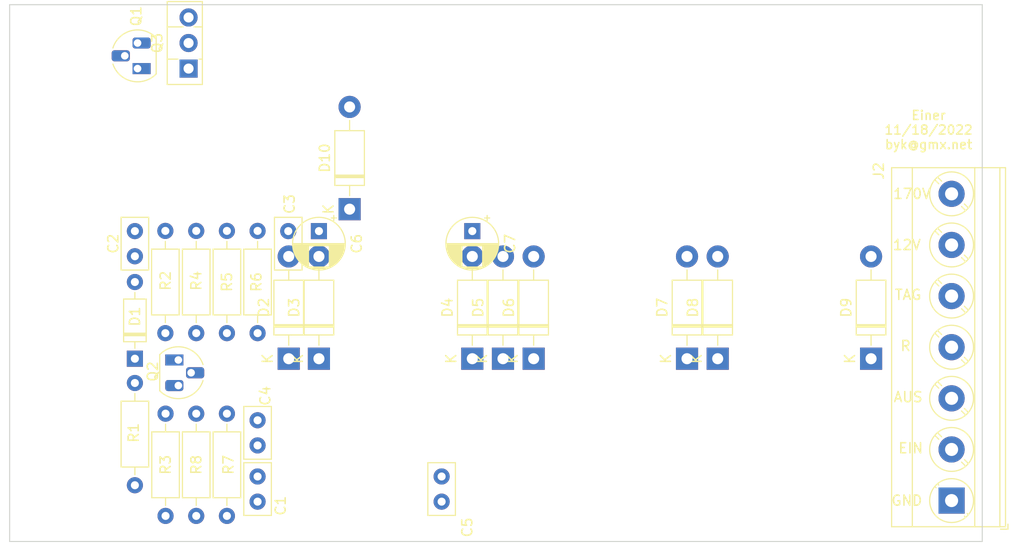
<source format=kicad_pcb>
(kicad_pcb (version 20211014) (generator pcbnew)
  (title_block (title "Charlie Nixie") (date "2019-05-27") (rev "1.1") (company "None") (comment 1 "Author: byk@gmx.net"))
  (layers (0 "F.Cu" signal) (31 "B.Cu" signal) (34 "B.Paste" user) (35 "F.Paste" user) (36 "B.SilkS" user "B.Silkscreen") (37 "F.SilkS" user "F.Silkscreen") (38 "B.Mask" user) (39 "F.Mask" user) (44 "Edge.Cuts" user))
  (net 0 "")
  (net 1 "Net-(C1-Pad1)")
  (net 2 "Net-(C6-Pad1)")
  (net 3 "HT")
  (net 4 "Net-(C2-Pad1)")
  (net 5 "12VAC1")
  (net 6 "12VAC2")
  (net 7 "Net-(D6-Pad2)")
  (net 8 "Net-(D7-Pad2)")
  (net 9 "Takt")
  (net 11 "Net-(Q1-Pad3)")
  (net 12 "/Eingang")
  (net 13 "Net-(C13-Pad2)")
  (net 14 "Net-(C2-Pad2)")
  (net 15 "Net-(C3-Pad1)")
  (net 16 "Net-(C3-Pad2)")
  (net 17 "Net-(C4-Pad1)")
  (net 18 "GND")
  (net 19 "+12V")
  (net 20 "Net-(C5-Pad1)")
  (footprint "Diode_THT:D_DO-41_SOD81_P10.16mm_Horizontal" (layer "F.Cu") (at 226.594 114.4 90)
    (fp_text reference "D7" (at 5.08 -2.47 90) (layer "F.SilkS"))
    (fp_text value "1N4004")
    (fp_text user "K" (at 0 -2.1 90) (layer "F.SilkS"))
    (pad "1" thru_hole rect (at 0 0 90) (size 2.2 2.2) (drill 1.1) (layers *.Cu *.Mask) (net 3 "HT"))
    (pad "2" thru_hole oval (at 10.16 0 90) (size 2.2 2.2) (drill 1.1) (layers *.Cu *.Mask) (net 8 "Net-(D7-Pad2)"))
  )
  (footprint "TerminalBlock_Phoenix:TerminalBlock_Phoenix_MKDS-3-7-5.08_1x07_P5.08mm_Horizontal" (layer "F.Cu") (at 252.883 128.497 90)
    (fp_text reference "J2" (at 32.766 -7.239 90) (layer "F.SilkS"))
    (fp_text value "Conn_01x07")
    (pad "1" thru_hole rect (at 0 0 90) (size 2.6 2.6) (drill 1.3) (layers *.Cu *.Mask) (net 18 "GND"))
    (pad "2" thru_hole circle (at 5.08 0 90) (size 2.6 2.6) (drill 1.3) (layers *.Cu *.Mask) (net 5 "12VAC1"))
    (pad "3" thru_hole circle (at 10.16 0 90) (size 2.6 2.6) (drill 1.3) (layers *.Cu *.Mask) (net 6 "12VAC2"))
    (pad "4" thru_hole circle (at 15.24 0 90) (size 2.6 2.6) (drill 1.3) (layers *.Cu *.Mask) (net 9 "Takt"))
    (pad "5" thru_hole circle (at 20.32 0 90) (size 2.6 2.6) (drill 1.3) (layers *.Cu *.Mask))
    (pad "6" thru_hole circle (at 25.4 0 90) (size 2.6 2.6) (drill 1.3) (layers *.Cu *.Mask) (net 19 "+12V"))
    (pad "7" thru_hole circle (at 30.48 0 90) (size 2.6 2.6) (drill 1.3) (layers *.Cu *.Mask) (net 3 "HT"))
  )
  (footprint "Resistor_THT:R_Axial_DIN0207_L6.3mm_D2.5mm_P10.16mm_Horizontal" (layer "F.Cu") (at 174.778 119.861 -90)
    (fp_text reference "R3" (at 5.08 0 90) (layer "F.SilkS"))
    (fp_text value "2k2")
    (pad "1" thru_hole circle (at 0 0 270) (size 1.6 1.6) (drill 0.8) (layers *.Cu *.Mask) (net 19 "+12V"))
    (pad "2" thru_hole oval (at 10.16 0 270) (size 1.6 1.6) (drill 0.8) (layers *.Cu *.Mask) (net 9 "Takt"))
  )
  (footprint "Resistor_THT:R_Axial_DIN0207_L6.3mm_D2.5mm_P10.16mm_Horizontal" (layer "F.Cu") (at 180.874 101.7 -90)
    (fp_text reference "R5" (at 5.08 0 90) (layer "F.SilkS"))
    (fp_text value "330")
    (pad "1" thru_hole circle (at 0 0 270) (size 1.6 1.6) (drill 0.8) (layers *.Cu *.Mask) (net 11 "Net-(Q1-Pad3)"))
    (pad "2" thru_hole oval (at 10.16 0 270) (size 1.6 1.6) (drill 0.8) (layers *.Cu *.Mask) (net 18 "GND"))
  )
  (footprint "Diode_THT:D_DO-41_SOD81_P10.16mm_Horizontal" (layer "F.Cu") (at 211.354 114.4 90)
    (fp_text reference "D6" (at 5.08 -2.47 90) (layer "F.SilkS"))
    (fp_text value "1N4004")
    (fp_text user "K" (at 0 -2.1 90) (layer "F.SilkS"))
    (pad "1" thru_hole rect (at 0 0 90) (size 2.2 2.2) (drill 1.1) (layers *.Cu *.Mask) (net 3 "HT"))
    (pad "2" thru_hole oval (at 10.16 0 90) (size 2.2 2.2) (drill 1.1) (layers *.Cu *.Mask) (net 7 "Net-(D6-Pad2)"))
  )
  (footprint "Diode_THT:D_DO-41_SOD81_P10.16mm_Horizontal" (layer "F.Cu") (at 205.258 114.4 90)
    (fp_text reference "D4" (at 5.08 -2.47 90) (layer "F.SilkS"))
    (fp_text value "1N4004")
    (fp_text user "K" (at 0 -2.1 90) (layer "F.SilkS"))
    (pad "1" thru_hole rect (at 0 0 90) (size 2.2 2.2) (drill 1.1) (layers *.Cu *.Mask) (net 5 "12VAC1"))
    (pad "2" thru_hole oval (at 10.16 0 90) (size 2.2 2.2) (drill 1.1) (layers *.Cu *.Mask) (net 18 "GND"))
  )
  (footprint "Resistor_THT:R_Axial_DIN0207_L6.3mm_D2.5mm_P10.16mm_Horizontal" (layer "F.Cu") (at 177.826 119.861 -90)
    (fp_text reference "R8" (at 5.08 0 90) (layer "F.SilkS"))
    (fp_text value "2M2")
    (pad "1" thru_hole circle (at 0 0 270) (size 1.6 1.6) (drill 0.8) (layers *.Cu *.Mask) (net 3 "HT"))
    (pad "2" thru_hole oval (at 10.16 0 270) (size 1.6 1.6) (drill 0.8) (layers *.Cu *.Mask) (net 18 "GND"))
  )
  (footprint "Diode_THT:D_DO-41_SOD81_P10.16mm_Horizontal" (layer "F.Cu") (at 190.018 114.4 90)
    (fp_text reference "D3" (at 5.08 -2.47 90) (layer "F.SilkS"))
    (fp_text value "1N4004")
    (fp_text user "K" (at 0 -2.1 90) (layer "F.SilkS"))
    (pad "1" thru_hole rect (at 0 0 90) (size 2.2 2.2) (drill 1.1) (layers *.Cu *.Mask) (net 4 "Net-(C2-Pad1)"))
    (pad "2" thru_hole oval (at 10.16 0 90) (size 2.2 2.2) (drill 1.1) (layers *.Cu *.Mask) (net 6 "12VAC2"))
  )
  (footprint "Resistor_THT:R_Axial_DIN0207_L6.3mm_D2.5mm_P10.16mm_Horizontal" (layer "F.Cu") (at 183.922 101.7 -90)
    (fp_text reference "R6" (at 5.08 0.127 90) (layer "F.SilkS"))
    (fp_text value "10k")
    (pad "1" thru_hole circle (at 0 0 270) (size 1.6 1.6) (drill 0.8) (layers *.Cu *.Mask) (net 16 "Net-(C3-Pad2)"))
    (pad "2" thru_hole oval (at 10.16 0 270) (size 1.6 1.6) (drill 0.8) (layers *.Cu *.Mask) (net 18 "GND"))
  )
  (footprint "Capacitor_THT:C_Disc_D5.0mm_W2.5mm_P2.50mm" (layer "F.Cu") (at 183.922 120.516 -90)
    (fp_text reference "C4" (at -2.433 -0.762 90) (layer "F.SilkS"))
    (fp_text value "1n")
    (pad "1" thru_hole circle (at 0 0 270) (size 1.6 1.6) (drill 0.8) (layers *.Cu *.Mask) (net 17 "Net-(C4-Pad1)"))
    (pad "2" thru_hole circle (at 2.5 0 270) (size 1.6 1.6) (drill 0.8) (layers *.Cu *.Mask) (net 12 "/Eingang"))
  )
  (footprint "Diode_THT:D_DO-41_SOD81_P10.16mm_Horizontal" (layer "F.Cu") (at 187.015 114.4 90)
    (fp_text reference "D2" (at 5.08 -2.47 90) (layer "F.SilkS"))
    (fp_text value "1N4004")
    (fp_text user "K" (at 0 -2.1 90) (layer "F.SilkS"))
    (pad "1" thru_hole rect (at 0 0 90) (size 2.2 2.2) (drill 1.1) (layers *.Cu *.Mask) (net 4 "Net-(C2-Pad1)"))
    (pad "2" thru_hole oval (at 10.16 0 90) (size 2.2 2.2) (drill 1.1) (layers *.Cu *.Mask) (net 5 "12VAC1"))
  )
  (footprint "Diode_THT:D_DO-41_SOD81_P10.16mm_Horizontal" (layer "F.Cu") (at 193.066 99.541 90)
    (fp_text reference "D10" (at 5.08 -2.47 90) (layer "F.SilkS"))
    (fp_text value "12V")
    (fp_text user "K" (at 0 -2.1 90) (layer "F.SilkS"))
    (pad "1" thru_hole rect (at 0 0 90) (size 2.2 2.2) (drill 1.1) (layers *.Cu *.Mask) (net 2 "Net-(C6-Pad1)"))
    (pad "2" thru_hole oval (at 10.16 0 90) (size 2.2 2.2) (drill 1.1) (layers *.Cu *.Mask) (net 18 "GND"))
  )
  (footprint "Diode_THT:D_DO-41_SOD81_P10.16mm_Horizontal" (layer "F.Cu") (at 229.642 114.4 90)
    (fp_text reference "D8" (at 5.08 -2.47 90) (layer "F.SilkS"))
    (fp_text value "1N4004")
    (fp_text user "K" (at 0 -2.1 90) (layer "F.SilkS"))
    (pad "1" thru_hole rect (at 0 0 90) (size 2.2 2.2) (drill 1.1) (layers *.Cu *.Mask) (net 7 "Net-(D6-Pad2)"))
    (pad "2" thru_hole oval (at 10.16 0 90) (size 2.2 2.2) (drill 1.1) (layers *.Cu *.Mask) (net 18 "GND"))
  )
  (footprint "Diode_THT:D_DO-35_SOD27_P7.62mm_Horizontal" (layer "F.Cu") (at 171.73 114.4 90)
    (fp_text reference "D1" (at 4.191 0 90) (layer "F.SilkS"))
    (fp_text value "1N4148")
    (pad "1" thru_hole rect (at 0 0 90) (size 1.6 1.6) (drill 0.8) (layers *.Cu *.Mask) (net 1 "Net-(C1-Pad1)"))
    (pad "2" thru_hole oval (at 7.62 0 90) (size 1.6 1.6) (drill 0.8) (layers *.Cu *.Mask) (net 18 "GND"))
  )
  (footprint "Capacitor_THT:C_Disc_D5.0mm_W2.5mm_P2.50mm" (layer "F.Cu") (at 186.97 101.72 -90)
    (fp_text reference "C3" (at -2.687 -0.127 90) (layer "F.SilkS"))
    (fp_text value "1n")
    (pad "1" thru_hole circle (at 0 0 270) (size 1.6 1.6) (drill 0.8) (layers *.Cu *.Mask) (net 15 "Net-(C3-Pad1)"))
    (pad "2" thru_hole circle (at 2.5 0 270) (size 1.6 1.6) (drill 0.8) (layers *.Cu *.Mask) (net 16 "Net-(C3-Pad2)"))
  )
  (footprint "Capacitor_THT:CP_Radial_D5.0mm_P2.50mm" (layer "F.Cu") (at 205.258 101.72 -90)
    (fp_text reference "C7" (at 1.25 -3.75 -90) (layer "F.SilkS"))
    (fp_text value "10u")
    (pad "1" thru_hole rect (at 0 0 270) (size 1.6 1.6) (drill 0.8) (layers *.Cu *.Mask) (net 19 "+12V"))
    (pad "2" thru_hole circle (at 2.5 0 270) (size 1.6 1.6) (drill 0.8) (layers *.Cu *.Mask) (net 18 "GND"))
  )
  (footprint "Diode_THT:D_DO-41_SOD81_P10.16mm_Horizontal" (layer "F.Cu") (at 208.306 114.4 90)
    (fp_text reference "D5" (at 5.08 -2.47 90) (layer "F.SilkS"))
    (fp_text value "1N4004")
    (fp_text user "K" (at 0 -2.1 90) (layer "F.SilkS"))
    (pad "1" thru_hole rect (at 0 0 90) (size 2.2 2.2) (drill 1.1) (layers *.Cu *.Mask) (net 6 "12VAC2"))
    (pad "2" thru_hole oval (at 10.16 0 90) (size 2.2 2.2) (drill 1.1) (layers *.Cu *.Mask) (net 18 "GND"))
  )
  (footprint "Capacitor_THT:C_Disc_D5.0mm_W2.5mm_P2.50mm" (layer "F.Cu") (at 202.21 128.604 90)
    (fp_text reference "C5" (at -2.56 2.54 90) (layer "F.SilkS"))
    (fp_text value "1n")
    (pad "1" thru_hole circle (at 0 0 90) (size 1.6 1.6) (drill 0.8) (layers *.Cu *.Mask) (net 20 "Net-(C5-Pad1)"))
    (pad "2" thru_hole circle (at 2.5 0 90) (size 1.6 1.6) (drill 0.8) (layers *.Cu *.Mask) (net 13 "Net-(C13-Pad2)"))
  )
  (footprint "Resistor_THT:R_Axial_DIN0207_L6.3mm_D2.5mm_P10.16mm_Horizontal" (layer "F.Cu") (at 174.757 101.7 -90)
    (fp_text reference "R2" (at 4.953 -0.021 90) (layer "F.SilkS"))
    (fp_text value "2k2")
    (pad "1" thru_hole circle (at 0 0 270) (size 1.6 1.6) (drill 0.8) (layers *.Cu *.Mask) (net 19 "+12V"))
    (pad "2" thru_hole oval (at 10.16 0 270) (size 1.6 1.6) (drill 0.8) (layers *.Cu *.Mask) (net 15 "Net-(C3-Pad1)"))
  )
  (footprint "Capacitor_THT:C_Disc_D5.0mm_W2.5mm_P2.50mm" (layer "F.Cu") (at 171.73 101.72 -90)
    (fp_text reference "C2" (at 1.25 2.159 90) (layer "F.SilkS"))
    (fp_text value "220p")
    (pad "1" thru_hole circle (at 0 0 270) (size 1.6 1.6) (drill 0.8) (layers *.Cu *.Mask) (net 13 "Net-(C13-Pad2)"))
    (pad "2" thru_hole circle (at 2.5 0 270) (size 1.6 1.6) (drill 0.8) (layers *.Cu *.Mask) (net 14 "Net-(C2-Pad2)"))
  )
  (footprint "Capacitor_THT:C_Disc_D5.0mm_W2.5mm_P2.50mm" (layer "F.Cu") (at 183.922 128.604 90)
    (fp_text reference "C1" (at -0.401 2.286 90) (layer "F.SilkS"))
    (fp_text value "100n")
    (pad "1" thru_hole circle (at 0 0 90) (size 1.6 1.6) (drill 0.8) (layers *.Cu *.Mask) (net 1 "Net-(C1-Pad1)"))
    (pad "2" thru_hole circle (at 2.5 0 90) (size 1.6 1.6) (drill 0.8) (layers *.Cu *.Mask) (net 18 "GND"))
  )
  (footprint "Package_TO_SOT_THT:TO-92_HandSolder" (layer "F.Cu") (at 176.048 114.527 -90)
    (fp_text reference "Q2" (at 1.143 2.54 -90) (layer "F.SilkS"))
    (fp_text value "BC547")
    (pad "1" thru_hole rect (at 0 0 270) (size 1.1 1.8) (drill 0.75 (offset 0 0.4)) (layers *.Cu *.Mask) (net 9 "Takt"))
    (pad "2" thru_hole roundrect (at 1.27 -1.27 270) (size 1.1 1.8) (drill 0.75 (offset 0 -0.4)) (layers *.Cu *.Mask) (net 16 "Net-(C3-Pad2)"))
    (pad "3" thru_hole roundrect (at 2.54 0 270) (size 1.1 1.8) (drill 0.75 (offset 0 0.4)) (layers *.Cu *.Mask) (net 11 "Net-(Q1-Pad3)"))
  )
  (footprint "MountingHole:MountingHole_3.2mm_M3" (layer "F.Cu") (at 163.475 128.37)
    (fp_text reference "H1" hide)
    (fp_text value "MountingHole")
    (pad "" np_thru_hole circle (at 0 0) (size 3.2 3.2) (drill 3.2) (layers *.Cu *.Mask))
  )
  (footprint "Resistor_THT:R_Axial_DIN0207_L6.3mm_D2.5mm_P10.16mm_Horizontal" (layer "F.Cu") (at 180.874 119.861 -90)
    (fp_text reference "R7" (at 5.08 -0.148 90) (layer "F.SilkS"))
    (fp_text value "680")
    (pad "1" thru_hole circle (at 0 0 270) (size 1.6 1.6) (drill 0.8) (layers *.Cu *.Mask) (net 4 "Net-(C2-Pad1)"))
    (pad "2" thru_hole oval (at 10.16 0 270) (size 1.6 1.6) (drill 0.8) (layers *.Cu *.Mask) (net 2 "Net-(C6-Pad1)"))
  )
  (footprint "Capacitor_THT:CP_Radial_D5.0mm_P2.50mm" (layer "F.Cu") (at 190.018 101.72 -90)
    (fp_text reference "C6" (at 1.25 -3.75 -90) (layer "F.SilkS"))
    (fp_text value "10u")
    (pad "1" thru_hole rect (at 0 0 270) (size 1.6 1.6) (drill 0.8) (layers *.Cu *.Mask) (net 2 "Net-(C6-Pad1)"))
    (pad "2" thru_hole circle (at 2.5 0 270) (size 1.6 1.6) (drill 0.8) (layers *.Cu *.Mask) (net 18 "GND"))
  )
  (footprint "Resistor_THT:R_Axial_DIN0207_L6.3mm_D2.5mm_P10.16mm_Horizontal" (layer "F.Cu") (at 171.73 126.973 90)
    (fp_text reference "R1" (at 5.207 -0.127 90) (layer "F.SilkS"))
    (fp_text value "22k")
    (pad "1" thru_hole circle (at 0 0 90) (size 1.6 1.6) (drill 0.8) (layers *.Cu *.Mask) (net 5 "12VAC1"))
    (pad "2" thru_hole oval (at 10.16 0 90) (size 1.6 1.6) (drill 0.8) (layers *.Cu *.Mask) (net 1 "Net-(C1-Pad1)"))
  )
  (footprint "Package_TO_SOT_THT:TO-92_HandSolder" (layer "F.Cu") (at 171.996 85.571 90)
    (fp_text reference "Q1" (at 5.207 -0.139 90) (layer "F.SilkS"))
    (fp_text value "BC547")
    (pad "1" thru_hole rect (at 0 0 90) (size 1.1 1.8) (drill 0.75 (offset 0 0.4)) (layers *.Cu *.Mask) (net 15 "Net-(C3-Pad1)"))
    (pad "2" thru_hole roundrect (at 1.27 -1.27 90) (size 1.1 1.8) (drill 0.75 (offset 0 -0.4)) (layers *.Cu *.Mask) (net 1 "Net-(C1-Pad1)"))
    (pad "3" thru_hole roundrect (at 2.54 0 90) (size 1.1 1.8) (drill 0.75 (offset 0 0.4)) (layers *.Cu *.Mask) (net 11 "Net-(Q1-Pad3)"))
  )
  (footprint "Package_TO_SOT_THT:TO-126-3_Vertical" (layer "F.Cu") (at 177.064 85.571 90)
    (fp_text reference "Q3" (at 2.54 -3.12 90) (layer "F.SilkS"))
    (fp_text value "BD135")
    (pad "1" thru_hole rect (at 0 0 90) (size 1.8 1.8) (drill 1) (layers *.Cu *.Mask) (net 19 "+12V"))
    (pad "2" thru_hole oval (at 2.54 0 90) (size 1.8 1.8) (drill 1) (layers *.Cu *.Mask) (net 4 "Net-(C2-Pad1)"))
    (pad "3" thru_hole oval (at 5.08 0 90) (size 1.8 1.8) (drill 1) (layers *.Cu *.Mask) (net 2 "Net-(C6-Pad1)"))
  )
  (footprint "Resistor_THT:R_Axial_DIN0207_L6.3mm_D2.5mm_P10.16mm_Horizontal" (layer "F.Cu") (at 177.826 101.7 -90)
    (fp_text reference "R4" (at 4.953 0 90) (layer "F.SilkS"))
    (fp_text value "22k")
    (pad "1" thru_hole circle (at 0 0 270) (size 1.6 1.6) (drill 0.8) (layers *.Cu *.Mask) (net 15 "Net-(C3-Pad1)"))
    (pad "2" thru_hole oval (at 10.16 0 270) (size 1.6 1.6) (drill 0.8) (layers *.Cu *.Mask) (net 16 "Net-(C3-Pad2)"))
  )
  (footprint "MountingHole:MountingHole_3.2mm_M3" (layer "F.Cu") (at 252.121 83.031)
    (fp_text reference "H2" hide)
    (fp_text value "MountingHole")
    (pad "" np_thru_hole circle (at 0 0) (size 3.2 3.2) (drill 3.2) (layers *.Cu *.Mask))
  )
  (footprint "MountingHole:MountingHole_3.2mm_M3" (layer "F.Cu") (at 209.703 93.953)
    (fp_text reference "H3" hide)
    (fp_text value "MountingHole")
    (pad "" np_thru_hole circle (at 0 0) (size 3.2 3.2) (drill 3.2) (layers *.Cu *.Mask))
  )
  (footprint "Diode_THT:D_DO-41_SOD81_P10.16mm_Horizontal" (layer "F.Cu") (at 244.882 114.4 90)
    (fp_text reference "D9" (at 5.08 -2.47 90) (layer "F.SilkS"))
    (fp_text value "1N4004")
    (fp_text user "K" (at 0 -2.1 90) (layer "F.SilkS"))
    (pad "1" thru_hole rect (at 0 0 90) (size 2.2 2.2) (drill 1.1) (layers *.Cu *.Mask) (net 8 "Net-(D7-Pad2)"))
    (pad "2" thru_hole oval (at 10.16 0 90) (size 2.2 2.2) (drill 1.1) (layers *.Cu *.Mask) (net 18 "GND"))
  )
  (gr_line (start 159.284 132.561) (end 159.284 79.221) (layer "Edge.Cuts") (width 0.1))
  (gr_line (start 159.284 79.221) (end 255.931 79.221) (layer "Edge.Cuts") (width 0.1))
  (gr_line (start 255.931 79.221) (end 255.931 132.561) (layer "Edge.Cuts") (width 0.1))
  (gr_line (start 159.284 132.561) (end 255.931 132.561) (layer "Edge.Cuts") (width 0.1))
  (gr_text "170V" (at 248.946 98.017) (layer "F.SilkS") (effects (font (size 1 1))))
  (gr_text "R" (at 248.311 113.13) (layer "F.SilkS") (effects (font (size 1 1))))
  (gr_text "GND" (at 248.438 128.497) (layer "F.SilkS") (effects (font (size 1 1))))
  (gr_text "AUS" (at 248.565 118.21) (layer "F.SilkS") (effects (font (size 1 1))))
  (gr_text "Einer\n11/18/2022\nbyk@gmx.net" (at 250.597 91.667) (layer "F.SilkS") (effects (font (size 0.9 0.9))))
  (gr_text "EIN" (at 248.819 123.29) (layer "F.SilkS") (effects (font (size 1 1))))
  (gr_text "12V" (at 248.438 103.097) (layer "F.SilkS") (effects (font (size 1 1))))
  (gr_text "TAG" (at 248.565 108.05) (layer "F.SilkS") (effects (font (size 1 1))))
)
</source>
